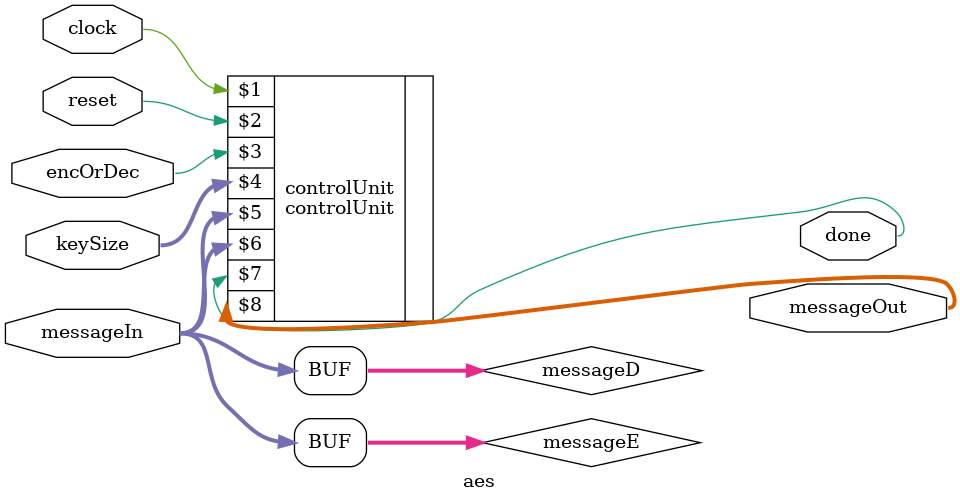
<source format=v>
module aes(input clock,		        // DE2-115 on-board 50 MHz internal clock
           input reset,
           input encOrDec,
           input [0:2] keySize,
	   input [0:127] messageIn,     // unsigned 16-byte message to be encrypted
           output done,
           output [0:135] messageOut);  // unsigned 16-byte encrypted message
	
  wire [0:127] messageE;
  wire [0:127] messageD;
	
  assign messageE = messageIn;
  assign messageD = messageIn;
	
  controlUnit controlUnit(clock,
                          reset,
                          encOrDec,
                          keySize,
                          messageE,
                          messageD,
                          done,
                          messageOut);

endmodule
</source>
